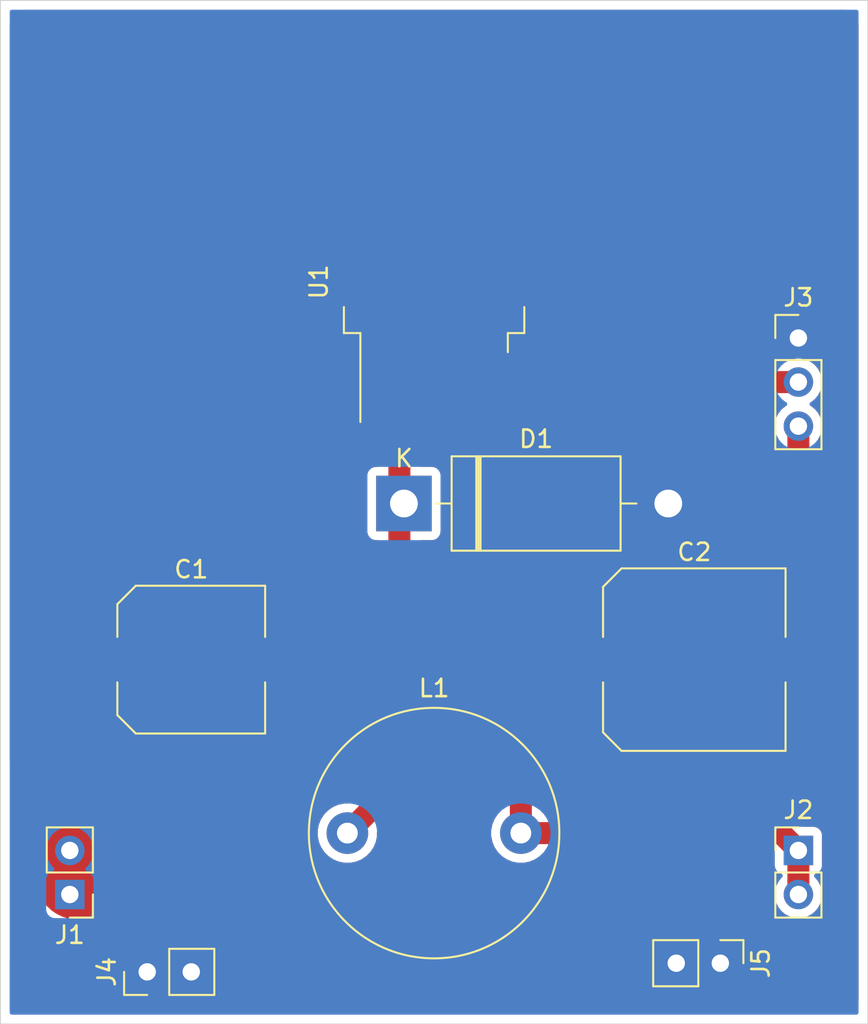
<source format=kicad_pcb>
(kicad_pcb (version 20171130) (host pcbnew "(5.1.2-1)-1")

  (general
    (thickness 1.6)
    (drawings 6)
    (tracks 16)
    (zones 0)
    (modules 10)
    (nets 6)
  )

  (page A4)
  (layers
    (0 F.Cu signal)
    (31 B.Cu signal)
    (32 B.Adhes user)
    (33 F.Adhes user)
    (34 B.Paste user)
    (35 F.Paste user)
    (36 B.SilkS user)
    (37 F.SilkS user)
    (38 B.Mask user)
    (39 F.Mask user)
    (40 Dwgs.User user)
    (41 Cmts.User user)
    (42 Eco1.User user)
    (43 Eco2.User user)
    (44 Edge.Cuts user)
    (45 Margin user)
    (46 B.CrtYd user)
    (47 F.CrtYd user)
    (48 B.Fab user)
    (49 F.Fab user)
  )

  (setup
    (last_trace_width 1.27)
    (trace_clearance 0.4064)
    (zone_clearance 0.508)
    (zone_45_only yes)
    (trace_min 0.2)
    (via_size 0.8)
    (via_drill 0.4)
    (via_min_size 0.4)
    (via_min_drill 0.3)
    (uvia_size 0.3)
    (uvia_drill 0.1)
    (uvias_allowed no)
    (uvia_min_size 0.2)
    (uvia_min_drill 0.1)
    (edge_width 0.05)
    (segment_width 0.2)
    (pcb_text_width 0.3)
    (pcb_text_size 1.5 1.5)
    (mod_edge_width 0.12)
    (mod_text_size 1 1)
    (mod_text_width 0.15)
    (pad_size 1.524 1.524)
    (pad_drill 0.762)
    (pad_to_mask_clearance 0.051)
    (solder_mask_min_width 0.25)
    (aux_axis_origin 0 0)
    (grid_origin 12 12)
    (visible_elements FFFFFF7F)
    (pcbplotparams
      (layerselection 0x010fc_ffffffff)
      (usegerberextensions false)
      (usegerberattributes false)
      (usegerberadvancedattributes false)
      (creategerberjobfile false)
      (excludeedgelayer true)
      (linewidth 0.100000)
      (plotframeref false)
      (viasonmask false)
      (mode 1)
      (useauxorigin false)
      (hpglpennumber 1)
      (hpglpenspeed 20)
      (hpglpendiameter 15.000000)
      (psnegative false)
      (psa4output false)
      (plotreference true)
      (plotvalue true)
      (plotinvisibletext false)
      (padsonsilk false)
      (subtractmaskfromsilk false)
      (outputformat 1)
      (mirror false)
      (drillshape 0)
      (scaleselection 1)
      (outputdirectory "LM2576-GERB/"))
  )

  (net 0 "")
  (net 1 GNDREF)
  (net 2 +5V)
  (net 3 /Vin)
  (net 4 /Out)
  (net 5 /~EN)

  (net_class Default "This is the default net class."
    (clearance 0.4064)
    (trace_width 1.27)
    (via_dia 0.8)
    (via_drill 0.4)
    (uvia_dia 0.3)
    (uvia_drill 0.1)
    (add_net +5V)
    (add_net /Out)
    (add_net /~EN)
  )

  (net_class Input ""
    (clearance 0.4064)
    (trace_width 3.81)
    (via_dia 0.8)
    (via_drill 0.4)
    (uvia_dia 0.3)
    (uvia_drill 0.1)
    (add_net /Vin)
    (add_net GNDREF)
  )

  (module Connector_PinHeader_2.54mm:PinHeader_1x02_P2.54mm_Vertical (layer F.Cu) (tedit 59FED5CC) (tstamp 5E469AD0)
    (at 53.5 67.5 270)
    (descr "Through hole straight pin header, 1x02, 2.54mm pitch, single row")
    (tags "Through hole pin header THT 1x02 2.54mm single row")
    (path /5E47C1E4)
    (fp_text reference J5 (at 0 -2.33 90) (layer F.SilkS)
      (effects (font (size 1 1) (thickness 0.15)))
    )
    (fp_text value GND (at 0 4.87 90) (layer F.Fab)
      (effects (font (size 1 1) (thickness 0.15)))
    )
    (fp_text user %R (at 0 1.27) (layer F.Fab)
      (effects (font (size 1 1) (thickness 0.15)))
    )
    (fp_line (start 1.8 -1.8) (end -1.8 -1.8) (layer F.CrtYd) (width 0.05))
    (fp_line (start 1.8 4.35) (end 1.8 -1.8) (layer F.CrtYd) (width 0.05))
    (fp_line (start -1.8 4.35) (end 1.8 4.35) (layer F.CrtYd) (width 0.05))
    (fp_line (start -1.8 -1.8) (end -1.8 4.35) (layer F.CrtYd) (width 0.05))
    (fp_line (start -1.33 -1.33) (end 0 -1.33) (layer F.SilkS) (width 0.12))
    (fp_line (start -1.33 0) (end -1.33 -1.33) (layer F.SilkS) (width 0.12))
    (fp_line (start -1.33 1.27) (end 1.33 1.27) (layer F.SilkS) (width 0.12))
    (fp_line (start 1.33 1.27) (end 1.33 3.87) (layer F.SilkS) (width 0.12))
    (fp_line (start -1.33 1.27) (end -1.33 3.87) (layer F.SilkS) (width 0.12))
    (fp_line (start -1.33 3.87) (end 1.33 3.87) (layer F.SilkS) (width 0.12))
    (fp_line (start -1.27 -0.635) (end -0.635 -1.27) (layer F.Fab) (width 0.1))
    (fp_line (start -1.27 3.81) (end -1.27 -0.635) (layer F.Fab) (width 0.1))
    (fp_line (start 1.27 3.81) (end -1.27 3.81) (layer F.Fab) (width 0.1))
    (fp_line (start 1.27 -1.27) (end 1.27 3.81) (layer F.Fab) (width 0.1))
    (fp_line (start -0.635 -1.27) (end 1.27 -1.27) (layer F.Fab) (width 0.1))
    (pad 2 thru_hole oval (at 0 2.54 270) (size 1.7 1.7) (drill 1) (layers *.Cu *.Mask)
      (net 1 GNDREF))
    (pad 1 thru_hole rect (at 0 0 270) (size 1.7 1.7) (drill 1) (layers *.Cu *.Mask)
      (net 1 GNDREF))
    (model ${KISYS3DMOD}/Connector_PinHeader_2.54mm.3dshapes/PinHeader_1x02_P2.54mm_Vertical.wrl
      (at (xyz 0 0 0))
      (scale (xyz 1 1 1))
      (rotate (xyz 0 0 0))
    )
  )

  (module Connector_PinHeader_2.54mm:PinHeader_1x02_P2.54mm_Vertical (layer F.Cu) (tedit 59FED5CC) (tstamp 5E469B97)
    (at 20.46 68 90)
    (descr "Through hole straight pin header, 1x02, 2.54mm pitch, single row")
    (tags "Through hole pin header THT 1x02 2.54mm single row")
    (path /5E47D3E2)
    (fp_text reference J4 (at 0 -2.33 90) (layer F.SilkS)
      (effects (font (size 1 1) (thickness 0.15)))
    )
    (fp_text value GND (at 0 4.87 90) (layer F.Fab)
      (effects (font (size 1 1) (thickness 0.15)))
    )
    (fp_text user %R (at 0 1.27) (layer F.Fab)
      (effects (font (size 1 1) (thickness 0.15)))
    )
    (fp_line (start 1.8 -1.8) (end -1.8 -1.8) (layer F.CrtYd) (width 0.05))
    (fp_line (start 1.8 4.35) (end 1.8 -1.8) (layer F.CrtYd) (width 0.05))
    (fp_line (start -1.8 4.35) (end 1.8 4.35) (layer F.CrtYd) (width 0.05))
    (fp_line (start -1.8 -1.8) (end -1.8 4.35) (layer F.CrtYd) (width 0.05))
    (fp_line (start -1.33 -1.33) (end 0 -1.33) (layer F.SilkS) (width 0.12))
    (fp_line (start -1.33 0) (end -1.33 -1.33) (layer F.SilkS) (width 0.12))
    (fp_line (start -1.33 1.27) (end 1.33 1.27) (layer F.SilkS) (width 0.12))
    (fp_line (start 1.33 1.27) (end 1.33 3.87) (layer F.SilkS) (width 0.12))
    (fp_line (start -1.33 1.27) (end -1.33 3.87) (layer F.SilkS) (width 0.12))
    (fp_line (start -1.33 3.87) (end 1.33 3.87) (layer F.SilkS) (width 0.12))
    (fp_line (start -1.27 -0.635) (end -0.635 -1.27) (layer F.Fab) (width 0.1))
    (fp_line (start -1.27 3.81) (end -1.27 -0.635) (layer F.Fab) (width 0.1))
    (fp_line (start 1.27 3.81) (end -1.27 3.81) (layer F.Fab) (width 0.1))
    (fp_line (start 1.27 -1.27) (end 1.27 3.81) (layer F.Fab) (width 0.1))
    (fp_line (start -0.635 -1.27) (end 1.27 -1.27) (layer F.Fab) (width 0.1))
    (pad 2 thru_hole oval (at 0 2.54 90) (size 1.7 1.7) (drill 1) (layers *.Cu *.Mask)
      (net 1 GNDREF))
    (pad 1 thru_hole rect (at 0 0 90) (size 1.7 1.7) (drill 1) (layers *.Cu *.Mask)
      (net 1 GNDREF))
    (model ${KISYS3DMOD}/Connector_PinHeader_2.54mm.3dshapes/PinHeader_1x02_P2.54mm_Vertical.wrl
      (at (xyz 0 0 0))
      (scale (xyz 1 1 1))
      (rotate (xyz 0 0 0))
    )
  )

  (module Package_TO_SOT_SMD:TO-263-5_TabPin3 (layer F.Cu) (tedit 5A70FBB6) (tstamp 5E469099)
    (at 37 28.225 90)
    (descr "TO-263 / D2PAK / DDPAK SMD package, http://www.infineon.com/cms/en/product/packages/PG-TO263/PG-TO263-5-1/")
    (tags "D2PAK DDPAK TO-263 D2PAK-5 TO-263-5 SOT-426")
    (path /5E4633AF)
    (attr smd)
    (fp_text reference U1 (at 0 -6.65 90) (layer F.SilkS)
      (effects (font (size 1 1) (thickness 0.15)))
    )
    (fp_text value LM2576S-5 (at 0 6.65 90) (layer F.Fab)
      (effects (font (size 1 1) (thickness 0.15)))
    )
    (fp_text user %R (at 0 0 90) (layer F.Fab)
      (effects (font (size 1 1) (thickness 0.15)))
    )
    (fp_line (start 8.32 -5.65) (end -8.32 -5.65) (layer F.CrtYd) (width 0.05))
    (fp_line (start 8.32 5.65) (end 8.32 -5.65) (layer F.CrtYd) (width 0.05))
    (fp_line (start -8.32 5.65) (end 8.32 5.65) (layer F.CrtYd) (width 0.05))
    (fp_line (start -8.32 -5.65) (end -8.32 5.65) (layer F.CrtYd) (width 0.05))
    (fp_line (start -2.95 4.25) (end -4.05 4.25) (layer F.SilkS) (width 0.12))
    (fp_line (start -2.95 5.2) (end -2.95 4.25) (layer F.SilkS) (width 0.12))
    (fp_line (start -1.45 5.2) (end -2.95 5.2) (layer F.SilkS) (width 0.12))
    (fp_line (start -2.95 -4.25) (end -8.075 -4.25) (layer F.SilkS) (width 0.12))
    (fp_line (start -2.95 -5.2) (end -2.95 -4.25) (layer F.SilkS) (width 0.12))
    (fp_line (start -1.45 -5.2) (end -2.95 -5.2) (layer F.SilkS) (width 0.12))
    (fp_line (start -7.45 3.8) (end -2.75 3.8) (layer F.Fab) (width 0.1))
    (fp_line (start -7.45 3) (end -7.45 3.8) (layer F.Fab) (width 0.1))
    (fp_line (start -2.75 3) (end -7.45 3) (layer F.Fab) (width 0.1))
    (fp_line (start -7.45 2.1) (end -2.75 2.1) (layer F.Fab) (width 0.1))
    (fp_line (start -7.45 1.3) (end -7.45 2.1) (layer F.Fab) (width 0.1))
    (fp_line (start -2.75 1.3) (end -7.45 1.3) (layer F.Fab) (width 0.1))
    (fp_line (start -7.45 0.4) (end -2.75 0.4) (layer F.Fab) (width 0.1))
    (fp_line (start -7.45 -0.4) (end -7.45 0.4) (layer F.Fab) (width 0.1))
    (fp_line (start -2.75 -0.4) (end -7.45 -0.4) (layer F.Fab) (width 0.1))
    (fp_line (start -7.45 -1.3) (end -2.75 -1.3) (layer F.Fab) (width 0.1))
    (fp_line (start -7.45 -2.1) (end -7.45 -1.3) (layer F.Fab) (width 0.1))
    (fp_line (start -2.75 -2.1) (end -7.45 -2.1) (layer F.Fab) (width 0.1))
    (fp_line (start -7.45 -3) (end -2.75 -3) (layer F.Fab) (width 0.1))
    (fp_line (start -7.45 -3.8) (end -7.45 -3) (layer F.Fab) (width 0.1))
    (fp_line (start -2.75 -3.8) (end -7.45 -3.8) (layer F.Fab) (width 0.1))
    (fp_line (start -1.75 -5) (end 6.5 -5) (layer F.Fab) (width 0.1))
    (fp_line (start -2.75 -4) (end -1.75 -5) (layer F.Fab) (width 0.1))
    (fp_line (start -2.75 5) (end -2.75 -4) (layer F.Fab) (width 0.1))
    (fp_line (start 6.5 5) (end -2.75 5) (layer F.Fab) (width 0.1))
    (fp_line (start 6.5 -5) (end 6.5 5) (layer F.Fab) (width 0.1))
    (fp_line (start 7.5 5) (end 6.5 5) (layer F.Fab) (width 0.1))
    (fp_line (start 7.5 -5) (end 7.5 5) (layer F.Fab) (width 0.1))
    (fp_line (start 6.5 -5) (end 7.5 -5) (layer F.Fab) (width 0.1))
    (pad "" smd rect (at 0.95 2.775 90) (size 4.55 5.25) (layers F.Paste))
    (pad "" smd rect (at 5.8 -2.775 90) (size 4.55 5.25) (layers F.Paste))
    (pad "" smd rect (at 0.95 -2.775 90) (size 4.55 5.25) (layers F.Paste))
    (pad "" smd rect (at 5.8 2.775 90) (size 4.55 5.25) (layers F.Paste))
    (pad 3 smd rect (at 3.375 0 90) (size 9.4 10.8) (layers F.Cu F.Mask)
      (net 1 GNDREF))
    (pad 5 smd rect (at -5.775 3.4 90) (size 4.6 1.1) (layers F.Cu F.Paste F.Mask)
      (net 5 /~EN))
    (pad 4 smd rect (at -5.775 1.7 90) (size 4.6 1.1) (layers F.Cu F.Paste F.Mask)
      (net 2 +5V))
    (pad 3 smd rect (at -5.775 0 90) (size 4.6 1.1) (layers F.Cu F.Paste F.Mask)
      (net 1 GNDREF))
    (pad 2 smd rect (at -5.775 -1.7 90) (size 4.6 1.1) (layers F.Cu F.Paste F.Mask)
      (net 4 /Out))
    (pad 1 smd rect (at -5.775 -3.4 90) (size 4.6 1.1) (layers F.Cu F.Paste F.Mask)
      (net 3 /Vin))
    (model ${KISYS3DMOD}/Package_TO_SOT_SMD.3dshapes/TO-263-5_TabPin3.wrl
      (at (xyz 0 0 0))
      (scale (xyz 1 1 1))
      (rotate (xyz 0 0 0))
    )
  )

  (module Inductor_THT:L_Radial_D14.2mm_P10.00mm_Neosid_SD14 (layer F.Cu) (tedit 5AE59B06) (tstamp 5E4695F8)
    (at 32 60)
    (descr "Inductor, Radial series, Radial, pin pitch=10.00mm, , diameter=14.2mm, Neosid, SD14, http://www.neosid.de/produktblaetter/neosid_Festinduktivitaet_Sd14.pdf")
    (tags "Inductor Radial series Radial pin pitch 10.00mm  diameter 14.2mm Neosid SD14")
    (path /5E468C07)
    (fp_text reference L1 (at 5 -8.35) (layer F.SilkS)
      (effects (font (size 1 1) (thickness 0.15)))
    )
    (fp_text value 150µH (at 5 8.35) (layer F.Fab)
      (effects (font (size 1 1) (thickness 0.15)))
    )
    (fp_text user %R (at 5 0) (layer F.Fab)
      (effects (font (size 1 1) (thickness 0.15)))
    )
    (fp_circle (center 5 0) (end 12.35 0) (layer F.CrtYd) (width 0.05))
    (fp_circle (center 5 0) (end 12.22 0) (layer F.SilkS) (width 0.12))
    (fp_circle (center 5 0) (end 12.1 0) (layer F.Fab) (width 0.1))
    (pad 2 thru_hole circle (at 10 0) (size 2.4 2.4) (drill 1.2) (layers *.Cu *.Mask)
      (net 2 +5V))
    (pad 1 thru_hole circle (at 0 0) (size 2.4 2.4) (drill 1.2) (layers *.Cu *.Mask)
      (net 4 /Out))
    (model ${KISYS3DMOD}/Inductor_THT.3dshapes/L_Radial_D14.2mm_P10.00mm_Neosid_SD14.wrl
      (at (xyz 0 0 0))
      (scale (xyz 1 1 1))
      (rotate (xyz 0 0 0))
    )
  )

  (module Connector_PinHeader_2.54mm:PinHeader_1x03_P2.54mm_Vertical (layer F.Cu) (tedit 59FED5CC) (tstamp 5E469337)
    (at 58 31.46)
    (descr "Through hole straight pin header, 1x03, 2.54mm pitch, single row")
    (tags "Through hole pin header THT 1x03 2.54mm single row")
    (path /5E47119A)
    (fp_text reference J3 (at 0 -2.33) (layer F.SilkS)
      (effects (font (size 1 1) (thickness 0.15)))
    )
    (fp_text value ~EN (at 0 7.41) (layer F.Fab)
      (effects (font (size 1 1) (thickness 0.15)))
    )
    (fp_text user %R (at 0 2.54 90) (layer F.Fab)
      (effects (font (size 1 1) (thickness 0.15)))
    )
    (fp_line (start 1.8 -1.8) (end -1.8 -1.8) (layer F.CrtYd) (width 0.05))
    (fp_line (start 1.8 6.85) (end 1.8 -1.8) (layer F.CrtYd) (width 0.05))
    (fp_line (start -1.8 6.85) (end 1.8 6.85) (layer F.CrtYd) (width 0.05))
    (fp_line (start -1.8 -1.8) (end -1.8 6.85) (layer F.CrtYd) (width 0.05))
    (fp_line (start -1.33 -1.33) (end 0 -1.33) (layer F.SilkS) (width 0.12))
    (fp_line (start -1.33 0) (end -1.33 -1.33) (layer F.SilkS) (width 0.12))
    (fp_line (start -1.33 1.27) (end 1.33 1.27) (layer F.SilkS) (width 0.12))
    (fp_line (start 1.33 1.27) (end 1.33 6.41) (layer F.SilkS) (width 0.12))
    (fp_line (start -1.33 1.27) (end -1.33 6.41) (layer F.SilkS) (width 0.12))
    (fp_line (start -1.33 6.41) (end 1.33 6.41) (layer F.SilkS) (width 0.12))
    (fp_line (start -1.27 -0.635) (end -0.635 -1.27) (layer F.Fab) (width 0.1))
    (fp_line (start -1.27 6.35) (end -1.27 -0.635) (layer F.Fab) (width 0.1))
    (fp_line (start 1.27 6.35) (end -1.27 6.35) (layer F.Fab) (width 0.1))
    (fp_line (start 1.27 -1.27) (end 1.27 6.35) (layer F.Fab) (width 0.1))
    (fp_line (start -0.635 -1.27) (end 1.27 -1.27) (layer F.Fab) (width 0.1))
    (pad 3 thru_hole oval (at 0 5.08) (size 1.7 1.7) (drill 1) (layers *.Cu *.Mask)
      (net 2 +5V))
    (pad 2 thru_hole oval (at 0 2.54) (size 1.7 1.7) (drill 1) (layers *.Cu *.Mask)
      (net 5 /~EN))
    (pad 1 thru_hole rect (at 0 0) (size 1.7 1.7) (drill 1) (layers *.Cu *.Mask)
      (net 1 GNDREF))
    (model ${KISYS3DMOD}/Connector_PinHeader_2.54mm.3dshapes/PinHeader_1x03_P2.54mm_Vertical.wrl
      (at (xyz 0 0 0))
      (scale (xyz 1 1 1))
      (rotate (xyz 0 0 0))
    )
  )

  (module Connector_PinHeader_2.54mm:PinHeader_1x02_P2.54mm_Vertical (layer F.Cu) (tedit 59FED5CC) (tstamp 5E4695C5)
    (at 58 61)
    (descr "Through hole straight pin header, 1x02, 2.54mm pitch, single row")
    (tags "Through hole pin header THT 1x02 2.54mm single row")
    (path /5E46E767)
    (fp_text reference J2 (at 0 -2.33) (layer F.SilkS)
      (effects (font (size 1 1) (thickness 0.15)))
    )
    (fp_text value "5V out" (at 0 4.87) (layer F.Fab)
      (effects (font (size 1 1) (thickness 0.15)))
    )
    (fp_text user %R (at 0 1.27 90) (layer F.Fab)
      (effects (font (size 1 1) (thickness 0.15)))
    )
    (fp_line (start 1.8 -1.8) (end -1.8 -1.8) (layer F.CrtYd) (width 0.05))
    (fp_line (start 1.8 4.35) (end 1.8 -1.8) (layer F.CrtYd) (width 0.05))
    (fp_line (start -1.8 4.35) (end 1.8 4.35) (layer F.CrtYd) (width 0.05))
    (fp_line (start -1.8 -1.8) (end -1.8 4.35) (layer F.CrtYd) (width 0.05))
    (fp_line (start -1.33 -1.33) (end 0 -1.33) (layer F.SilkS) (width 0.12))
    (fp_line (start -1.33 0) (end -1.33 -1.33) (layer F.SilkS) (width 0.12))
    (fp_line (start -1.33 1.27) (end 1.33 1.27) (layer F.SilkS) (width 0.12))
    (fp_line (start 1.33 1.27) (end 1.33 3.87) (layer F.SilkS) (width 0.12))
    (fp_line (start -1.33 1.27) (end -1.33 3.87) (layer F.SilkS) (width 0.12))
    (fp_line (start -1.33 3.87) (end 1.33 3.87) (layer F.SilkS) (width 0.12))
    (fp_line (start -1.27 -0.635) (end -0.635 -1.27) (layer F.Fab) (width 0.1))
    (fp_line (start -1.27 3.81) (end -1.27 -0.635) (layer F.Fab) (width 0.1))
    (fp_line (start 1.27 3.81) (end -1.27 3.81) (layer F.Fab) (width 0.1))
    (fp_line (start 1.27 -1.27) (end 1.27 3.81) (layer F.Fab) (width 0.1))
    (fp_line (start -0.635 -1.27) (end 1.27 -1.27) (layer F.Fab) (width 0.1))
    (pad 2 thru_hole oval (at 0 2.54) (size 1.7 1.7) (drill 1) (layers *.Cu *.Mask)
      (net 2 +5V))
    (pad 1 thru_hole rect (at 0 0) (size 1.7 1.7) (drill 1) (layers *.Cu *.Mask)
      (net 2 +5V))
    (model ${KISYS3DMOD}/Connector_PinHeader_2.54mm.3dshapes/PinHeader_1x02_P2.54mm_Vertical.wrl
      (at (xyz 0 0 0))
      (scale (xyz 1 1 1))
      (rotate (xyz 0 0 0))
    )
  )

  (module Connector_PinHeader_2.54mm:PinHeader_1x02_P2.54mm_Vertical (layer F.Cu) (tedit 59FED5CC) (tstamp 5E46951D)
    (at 16 63.54 180)
    (descr "Through hole straight pin header, 1x02, 2.54mm pitch, single row")
    (tags "Through hole pin header THT 1x02 2.54mm single row")
    (path /5E464351)
    (fp_text reference J1 (at 0 -2.33) (layer F.SilkS)
      (effects (font (size 1 1) (thickness 0.15)))
    )
    (fp_text value Vin (at 0 4.87) (layer F.Fab)
      (effects (font (size 1 1) (thickness 0.15)))
    )
    (fp_text user %R (at 0 1.27 90) (layer F.Fab)
      (effects (font (size 1 1) (thickness 0.15)))
    )
    (fp_line (start 1.8 -1.8) (end -1.8 -1.8) (layer F.CrtYd) (width 0.05))
    (fp_line (start 1.8 4.35) (end 1.8 -1.8) (layer F.CrtYd) (width 0.05))
    (fp_line (start -1.8 4.35) (end 1.8 4.35) (layer F.CrtYd) (width 0.05))
    (fp_line (start -1.8 -1.8) (end -1.8 4.35) (layer F.CrtYd) (width 0.05))
    (fp_line (start -1.33 -1.33) (end 0 -1.33) (layer F.SilkS) (width 0.12))
    (fp_line (start -1.33 0) (end -1.33 -1.33) (layer F.SilkS) (width 0.12))
    (fp_line (start -1.33 1.27) (end 1.33 1.27) (layer F.SilkS) (width 0.12))
    (fp_line (start 1.33 1.27) (end 1.33 3.87) (layer F.SilkS) (width 0.12))
    (fp_line (start -1.33 1.27) (end -1.33 3.87) (layer F.SilkS) (width 0.12))
    (fp_line (start -1.33 3.87) (end 1.33 3.87) (layer F.SilkS) (width 0.12))
    (fp_line (start -1.27 -0.635) (end -0.635 -1.27) (layer F.Fab) (width 0.1))
    (fp_line (start -1.27 3.81) (end -1.27 -0.635) (layer F.Fab) (width 0.1))
    (fp_line (start 1.27 3.81) (end -1.27 3.81) (layer F.Fab) (width 0.1))
    (fp_line (start 1.27 -1.27) (end 1.27 3.81) (layer F.Fab) (width 0.1))
    (fp_line (start -0.635 -1.27) (end 1.27 -1.27) (layer F.Fab) (width 0.1))
    (pad 2 thru_hole oval (at 0 2.54 180) (size 1.7 1.7) (drill 1) (layers *.Cu *.Mask)
      (net 3 /Vin))
    (pad 1 thru_hole rect (at 0 0 180) (size 1.7 1.7) (drill 1) (layers *.Cu *.Mask)
      (net 3 /Vin))
    (model ${KISYS3DMOD}/Connector_PinHeader_2.54mm.3dshapes/PinHeader_1x02_P2.54mm_Vertical.wrl
      (at (xyz 0 0 0))
      (scale (xyz 1 1 1))
      (rotate (xyz 0 0 0))
    )
  )

  (module Diode_THT:D_DO-201AD_P15.24mm_Horizontal (layer F.Cu) (tedit 5AE50CD5) (tstamp 5E46A29A)
    (at 35.26 41)
    (descr "Diode, DO-201AD series, Axial, Horizontal, pin pitch=15.24mm, , length*diameter=9.5*5.2mm^2, , http://www.diodes.com/_files/packages/DO-201AD.pdf")
    (tags "Diode DO-201AD series Axial Horizontal pin pitch 15.24mm  length 9.5mm diameter 5.2mm")
    (path /5E467F8A)
    (fp_text reference D1 (at 7.62 -3.72) (layer F.SilkS)
      (effects (font (size 1 1) (thickness 0.15)))
    )
    (fp_text value 1N5822 (at 7.62 3.72) (layer F.Fab)
      (effects (font (size 1 1) (thickness 0.15)))
    )
    (fp_line (start 2.87 -2.6) (end 2.87 2.6) (layer F.Fab) (width 0.1))
    (fp_line (start 2.87 2.6) (end 12.37 2.6) (layer F.Fab) (width 0.1))
    (fp_line (start 12.37 2.6) (end 12.37 -2.6) (layer F.Fab) (width 0.1))
    (fp_line (start 12.37 -2.6) (end 2.87 -2.6) (layer F.Fab) (width 0.1))
    (fp_line (start 0 0) (end 2.87 0) (layer F.Fab) (width 0.1))
    (fp_line (start 15.24 0) (end 12.37 0) (layer F.Fab) (width 0.1))
    (fp_line (start 4.295 -2.6) (end 4.295 2.6) (layer F.Fab) (width 0.1))
    (fp_line (start 4.395 -2.6) (end 4.395 2.6) (layer F.Fab) (width 0.1))
    (fp_line (start 4.195 -2.6) (end 4.195 2.6) (layer F.Fab) (width 0.1))
    (fp_line (start 2.75 -2.72) (end 2.75 2.72) (layer F.SilkS) (width 0.12))
    (fp_line (start 2.75 2.72) (end 12.49 2.72) (layer F.SilkS) (width 0.12))
    (fp_line (start 12.49 2.72) (end 12.49 -2.72) (layer F.SilkS) (width 0.12))
    (fp_line (start 12.49 -2.72) (end 2.75 -2.72) (layer F.SilkS) (width 0.12))
    (fp_line (start 1.84 0) (end 2.75 0) (layer F.SilkS) (width 0.12))
    (fp_line (start 13.4 0) (end 12.49 0) (layer F.SilkS) (width 0.12))
    (fp_line (start 4.295 -2.72) (end 4.295 2.72) (layer F.SilkS) (width 0.12))
    (fp_line (start 4.415 -2.72) (end 4.415 2.72) (layer F.SilkS) (width 0.12))
    (fp_line (start 4.175 -2.72) (end 4.175 2.72) (layer F.SilkS) (width 0.12))
    (fp_line (start -1.85 -2.85) (end -1.85 2.85) (layer F.CrtYd) (width 0.05))
    (fp_line (start -1.85 2.85) (end 17.09 2.85) (layer F.CrtYd) (width 0.05))
    (fp_line (start 17.09 2.85) (end 17.09 -2.85) (layer F.CrtYd) (width 0.05))
    (fp_line (start 17.09 -2.85) (end -1.85 -2.85) (layer F.CrtYd) (width 0.05))
    (fp_text user %R (at 8.3325 0) (layer F.Fab)
      (effects (font (size 1 1) (thickness 0.15)))
    )
    (fp_text user K (at 0 -2.6) (layer F.Fab)
      (effects (font (size 1 1) (thickness 0.15)))
    )
    (fp_text user K (at 0 -2.6) (layer F.SilkS)
      (effects (font (size 1 1) (thickness 0.15)))
    )
    (pad 1 thru_hole rect (at 0 0) (size 3.2 3.2) (drill 1.6) (layers *.Cu *.Mask)
      (net 4 /Out))
    (pad 2 thru_hole oval (at 15.24 0) (size 3.2 3.2) (drill 1.6) (layers *.Cu *.Mask)
      (net 1 GNDREF))
    (model ${KISYS3DMOD}/Diode_THT.3dshapes/D_DO-201AD_P15.24mm_Horizontal.wrl
      (at (xyz 0 0 0))
      (scale (xyz 1 1 1))
      (rotate (xyz 0 0 0))
    )
  )

  (module Capacitor_SMD:C_Elec_10x10.2 (layer F.Cu) (tedit 5BC8D926) (tstamp 5E4694C2)
    (at 52 50)
    (descr "SMD capacitor, aluminum electrolytic nonpolar, 10.0x10.2mm")
    (tags "capacitor electrolyic nonpolar")
    (path /5E469578)
    (attr smd)
    (fp_text reference C2 (at 0 -6.2) (layer F.SilkS)
      (effects (font (size 1 1) (thickness 0.15)))
    )
    (fp_text value 1000µF (at 0 6.2) (layer F.Fab)
      (effects (font (size 1 1) (thickness 0.15)))
    )
    (fp_text user %R (at 0 0) (layer F.Fab)
      (effects (font (size 1 1) (thickness 0.15)))
    )
    (fp_line (start -6.95 1.3) (end -5.4 1.3) (layer F.CrtYd) (width 0.05))
    (fp_line (start -6.95 -1.3) (end -6.95 1.3) (layer F.CrtYd) (width 0.05))
    (fp_line (start -5.4 -1.3) (end -6.95 -1.3) (layer F.CrtYd) (width 0.05))
    (fp_line (start -5.4 1.3) (end -5.4 4.25) (layer F.CrtYd) (width 0.05))
    (fp_line (start -5.4 -4.25) (end -5.4 -1.3) (layer F.CrtYd) (width 0.05))
    (fp_line (start -5.4 -4.25) (end -4.25 -5.4) (layer F.CrtYd) (width 0.05))
    (fp_line (start -5.4 4.25) (end -4.25 5.4) (layer F.CrtYd) (width 0.05))
    (fp_line (start -4.25 -5.4) (end 5.4 -5.4) (layer F.CrtYd) (width 0.05))
    (fp_line (start -4.25 5.4) (end 5.4 5.4) (layer F.CrtYd) (width 0.05))
    (fp_line (start 5.4 1.3) (end 5.4 5.4) (layer F.CrtYd) (width 0.05))
    (fp_line (start 6.95 1.3) (end 5.4 1.3) (layer F.CrtYd) (width 0.05))
    (fp_line (start 6.95 -1.3) (end 6.95 1.3) (layer F.CrtYd) (width 0.05))
    (fp_line (start 5.4 -1.3) (end 6.95 -1.3) (layer F.CrtYd) (width 0.05))
    (fp_line (start 5.4 -5.4) (end 5.4 -1.3) (layer F.CrtYd) (width 0.05))
    (fp_line (start -5.26 4.195563) (end -4.195563 5.26) (layer F.SilkS) (width 0.12))
    (fp_line (start -5.26 -4.195563) (end -4.195563 -5.26) (layer F.SilkS) (width 0.12))
    (fp_line (start -5.26 -4.195563) (end -5.26 -1.31) (layer F.SilkS) (width 0.12))
    (fp_line (start -5.26 4.195563) (end -5.26 1.31) (layer F.SilkS) (width 0.12))
    (fp_line (start -4.195563 5.26) (end 5.26 5.26) (layer F.SilkS) (width 0.12))
    (fp_line (start -4.195563 -5.26) (end 5.26 -5.26) (layer F.SilkS) (width 0.12))
    (fp_line (start 5.26 -5.26) (end 5.26 -1.31) (layer F.SilkS) (width 0.12))
    (fp_line (start 5.26 5.26) (end 5.26 1.31) (layer F.SilkS) (width 0.12))
    (fp_line (start -5.15 4.15) (end -4.15 5.15) (layer F.Fab) (width 0.1))
    (fp_line (start -5.15 -4.15) (end -4.15 -5.15) (layer F.Fab) (width 0.1))
    (fp_line (start -5.15 -4.15) (end -5.15 4.15) (layer F.Fab) (width 0.1))
    (fp_line (start -4.15 5.15) (end 5.15 5.15) (layer F.Fab) (width 0.1))
    (fp_line (start -4.15 -5.15) (end 5.15 -5.15) (layer F.Fab) (width 0.1))
    (fp_line (start 5.15 -5.15) (end 5.15 5.15) (layer F.Fab) (width 0.1))
    (fp_circle (center 0 0) (end 5 0) (layer F.Fab) (width 0.1))
    (pad 2 smd roundrect (at 4.4 0) (size 4.6 2.1) (layers F.Cu F.Paste F.Mask) (roundrect_rratio 0.119048)
      (net 1 GNDREF))
    (pad 1 smd roundrect (at -4.4 0) (size 4.6 2.1) (layers F.Cu F.Paste F.Mask) (roundrect_rratio 0.119048)
      (net 2 +5V))
    (model ${KISYS3DMOD}/Capacitor_SMD.3dshapes/C_Elec_10x10.2.wrl
      (at (xyz 0 0 0))
      (scale (xyz 1 1 1))
      (rotate (xyz 0 0 0))
    )
  )

  (module Capacitor_SMD:C_Elec_8x10.2 (layer F.Cu) (tedit 5BC8D926) (tstamp 5E46956A)
    (at 23 50)
    (descr "SMD capacitor, aluminum electrolytic nonpolar, 8.0x10.2mm")
    (tags "capacitor electrolyic nonpolar")
    (path /5E465B8F)
    (attr smd)
    (fp_text reference C1 (at 0 -5.2) (layer F.SilkS)
      (effects (font (size 1 1) (thickness 0.15)))
    )
    (fp_text value 100µF (at 0 5.2) (layer F.Fab)
      (effects (font (size 1 1) (thickness 0.15)))
    )
    (fp_text user %R (at 0 0) (layer F.Fab)
      (effects (font (size 1 1) (thickness 0.15)))
    )
    (fp_line (start -6.1 1.3) (end -4.4 1.3) (layer F.CrtYd) (width 0.05))
    (fp_line (start -6.1 -1.3) (end -6.1 1.3) (layer F.CrtYd) (width 0.05))
    (fp_line (start -4.4 -1.3) (end -6.1 -1.3) (layer F.CrtYd) (width 0.05))
    (fp_line (start -4.4 1.3) (end -4.4 3.25) (layer F.CrtYd) (width 0.05))
    (fp_line (start -4.4 -3.25) (end -4.4 -1.3) (layer F.CrtYd) (width 0.05))
    (fp_line (start -4.4 -3.25) (end -3.25 -4.4) (layer F.CrtYd) (width 0.05))
    (fp_line (start -4.4 3.25) (end -3.25 4.4) (layer F.CrtYd) (width 0.05))
    (fp_line (start -3.25 -4.4) (end 4.4 -4.4) (layer F.CrtYd) (width 0.05))
    (fp_line (start -3.25 4.4) (end 4.4 4.4) (layer F.CrtYd) (width 0.05))
    (fp_line (start 4.4 1.3) (end 4.4 4.4) (layer F.CrtYd) (width 0.05))
    (fp_line (start 6.1 1.3) (end 4.4 1.3) (layer F.CrtYd) (width 0.05))
    (fp_line (start 6.1 -1.3) (end 6.1 1.3) (layer F.CrtYd) (width 0.05))
    (fp_line (start 4.4 -1.3) (end 6.1 -1.3) (layer F.CrtYd) (width 0.05))
    (fp_line (start 4.4 -4.4) (end 4.4 -1.3) (layer F.CrtYd) (width 0.05))
    (fp_line (start -4.26 3.195563) (end -3.195563 4.26) (layer F.SilkS) (width 0.12))
    (fp_line (start -4.26 -3.195563) (end -3.195563 -4.26) (layer F.SilkS) (width 0.12))
    (fp_line (start -4.26 -3.195563) (end -4.26 -1.31) (layer F.SilkS) (width 0.12))
    (fp_line (start -4.26 3.195563) (end -4.26 1.31) (layer F.SilkS) (width 0.12))
    (fp_line (start -3.195563 4.26) (end 4.26 4.26) (layer F.SilkS) (width 0.12))
    (fp_line (start -3.195563 -4.26) (end 4.26 -4.26) (layer F.SilkS) (width 0.12))
    (fp_line (start 4.26 -4.26) (end 4.26 -1.31) (layer F.SilkS) (width 0.12))
    (fp_line (start 4.26 4.26) (end 4.26 1.31) (layer F.SilkS) (width 0.12))
    (fp_line (start -4.15 3.15) (end -3.15 4.15) (layer F.Fab) (width 0.1))
    (fp_line (start -4.15 -3.15) (end -3.15 -4.15) (layer F.Fab) (width 0.1))
    (fp_line (start -4.15 -3.15) (end -4.15 3.15) (layer F.Fab) (width 0.1))
    (fp_line (start -3.15 4.15) (end 4.15 4.15) (layer F.Fab) (width 0.1))
    (fp_line (start -3.15 -4.15) (end 4.15 -4.15) (layer F.Fab) (width 0.1))
    (fp_line (start 4.15 -4.15) (end 4.15 4.15) (layer F.Fab) (width 0.1))
    (fp_circle (center 0 0) (end 4 0) (layer F.Fab) (width 0.1))
    (pad 2 smd roundrect (at 3.6 0) (size 4.5 2.1) (layers F.Cu F.Paste F.Mask) (roundrect_rratio 0.119048)
      (net 1 GNDREF))
    (pad 1 smd roundrect (at -3.6 0) (size 4.5 2.1) (layers F.Cu F.Paste F.Mask) (roundrect_rratio 0.119048)
      (net 3 /Vin))
    (model ${KISYS3DMOD}/Capacitor_SMD.3dshapes/C_Elec_8x10.2.wrl
      (at (xyz 0 0 0))
      (scale (xyz 1 1 1))
      (rotate (xyz 0 0 0))
    )
  )

  (gr_line (start 62 71) (end 62 62) (layer Edge.Cuts) (width 0.05) (tstamp 5E46973B))
  (gr_line (start 12 71) (end 62 71) (layer Edge.Cuts) (width 0.05))
  (gr_line (start 12 62) (end 12 71) (layer Edge.Cuts) (width 0.05))
  (gr_line (start 12 62) (end 12 12) (layer Edge.Cuts) (width 0.05) (tstamp 5E468FDE))
  (gr_line (start 62 12) (end 62 62) (layer Edge.Cuts) (width 0.05))
  (gr_line (start 12 12) (end 62 12) (layer Edge.Cuts) (width 0.05))

  (segment (start 42 60) (end 57 60) (width 1.27) (layer F.Cu) (net 2))
  (segment (start 57 60) (end 58 61) (width 1.27) (layer F.Cu) (net 2))
  (segment (start 58 61) (end 58 63.5) (width 1.27) (layer F.Cu) (net 2))
  (segment (start 42 53.5) (end 42 60) (width 1.27) (layer F.Cu) (net 2))
  (segment (start 45.5 50) (end 42 53.5) (width 1.27) (layer F.Cu) (net 2))
  (segment (start 47.6 50) (end 45.5 50) (width 1.27) (layer F.Cu) (net 2))
  (segment (start 47.6 50) (end 58 39.6) (width 1.27) (layer F.Cu) (net 2))
  (segment (start 58 39.6) (end 58 36.5) (width 1.27) (layer F.Cu) (net 2))
  (segment (start 38.7 42.2) (end 46.5 50) (width 1.27) (layer F.Cu) (net 2))
  (segment (start 46.5 50) (end 48 50) (width 1.27) (layer F.Cu) (net 2))
  (segment (start 38.7 34) (end 38.7 42.2) (width 1.27) (layer F.Cu) (net 2))
  (segment (start 35.3 37.57) (end 35 37.87) (width 1.27) (layer F.Cu) (net 4))
  (segment (start 35.3 34) (end 35.3 37.57) (width 1.27) (layer F.Cu) (net 4))
  (segment (start 35 37.87) (end 35 57) (width 1.27) (layer F.Cu) (net 4))
  (segment (start 35 57) (end 32 60) (width 1.27) (layer F.Cu) (net 4))
  (segment (start 40.4 34) (end 58 34) (width 1.27) (layer F.Cu) (net 5))

  (zone (net 3) (net_name /Vin) (layer F.Cu) (tstamp 5E46B027) (hatch edge 0.508)
    (connect_pads yes (clearance 0.508))
    (min_thickness 0.254)
    (fill yes (arc_segments 32) (thermal_gap 0.508) (thermal_bridge_width 0.508) (smoothing fillet) (radius 3))
    (polygon
      (pts
        (xy 34 31.5) (xy 29 31.5) (xy 16.5 44) (xy 16.5 47.5) (xy 16.5 54.5)
        (xy 14 57) (xy 14 65) (xy 19 65) (xy 19 57) (xy 21.5 54.5)
        (xy 21.5 44) (xy 29 36.5) (xy 31 36.5) (xy 34 36.5)
      )
    )
    (filled_polygon
      (pts
        (xy 31.809701 31.647571) (xy 32.114109 31.708121) (xy 32.408001 31.807885) (xy 32.686361 31.945156) (xy 32.944427 32.117591)
        (xy 33.177772 32.322228) (xy 33.382409 32.555573) (xy 33.554844 32.813639) (xy 33.692115 33.091999) (xy 33.791879 33.385891)
        (xy 33.852429 33.690299) (xy 33.873 34.004156) (xy 33.873 34.995004) (xy 33.855708 35.214726) (xy 33.805428 35.424157)
        (xy 33.723001 35.623152) (xy 33.610463 35.806797) (xy 33.470579 35.970579) (xy 33.306797 36.110463) (xy 33.123152 36.223001)
        (xy 32.924157 36.305428) (xy 32.714726 36.355708) (xy 32.495004 36.373) (xy 30 36.373) (xy 29.991694 36.373272)
        (xy 29.676576 36.393926) (xy 29.660106 36.396094) (xy 29.35038 36.457702) (xy 29.334333 36.462002) (xy 29.035297 36.563511)
        (xy 29.019949 36.569868) (xy 28.736722 36.70954) (xy 28.722335 36.717846) (xy 28.459762 36.893292) (xy 28.446583 36.903405)
        (xy 28.209156 37.111623) (xy 28.20309 37.117304) (xy 22.288877 43.031517) (xy 22.283983 43.036694) (xy 22.059809 43.287545)
        (xy 22.05093 43.29868) (xy 21.856251 43.573053) (xy 21.848674 43.585112) (xy 21.68594 43.879557) (xy 21.67976 43.892388)
        (xy 21.551017 44.203203) (xy 21.546314 44.216646) (xy 21.45318 44.53992) (xy 21.45001 44.553805) (xy 21.393657 44.885474)
        (xy 21.392063 44.899626) (xy 21.3732 45.23552) (xy 21.373 45.242641) (xy 21.373 53.253799) (xy 21.354737 53.579006)
        (xy 21.300772 53.896625) (xy 21.211591 54.206177) (xy 21.0883 54.503828) (xy 20.932471 54.785781) (xy 20.746049 55.048516)
        (xy 20.529001 55.291393) (xy 19.788877 56.031517) (xy 19.783983 56.036694) (xy 19.559809 56.287545) (xy 19.55093 56.29868)
        (xy 19.356251 56.573053) (xy 19.348674 56.585112) (xy 19.18594 56.879557) (xy 19.17976 56.892388) (xy 19.051017 57.203203)
        (xy 19.046314 57.216646) (xy 18.95318 57.53992) (xy 18.95001 57.553805) (xy 18.893657 57.885474) (xy 18.892063 57.899626)
        (xy 18.8732 58.23552) (xy 18.873 58.242641) (xy 18.873 62.495844) (xy 18.852429 62.809701) (xy 18.791879 63.114109)
        (xy 18.692115 63.408001) (xy 18.554844 63.686361) (xy 18.382409 63.944427) (xy 18.177772 64.177772) (xy 17.944427 64.382409)
        (xy 17.686361 64.554844) (xy 17.408001 64.692115) (xy 17.114109 64.791879) (xy 16.809701 64.852429) (xy 16.5 64.872728)
        (xy 16.190299 64.852429) (xy 15.885891 64.791879) (xy 15.591999 64.692115) (xy 15.313639 64.554844) (xy 15.055573 64.382409)
        (xy 14.822228 64.177772) (xy 14.617591 63.944427) (xy 14.445156 63.686361) (xy 14.307885 63.408001) (xy 14.208121 63.114109)
        (xy 14.147571 62.809701) (xy 14.127 62.495844) (xy 14.127 58.246201) (xy 14.145263 57.920994) (xy 14.199228 57.603375)
        (xy 14.288409 57.293823) (xy 14.4117 56.996172) (xy 14.567529 56.714219) (xy 14.753951 56.451484) (xy 14.970999 56.208607)
        (xy 15.711123 55.468483) (xy 15.716017 55.463306) (xy 15.940191 55.212455) (xy 15.94907 55.20132) (xy 16.143749 54.926947)
        (xy 16.151326 54.914888) (xy 16.31406 54.620443) (xy 16.32024 54.607612) (xy 16.448983 54.296797) (xy 16.453686 54.283354)
        (xy 16.54682 53.96008) (xy 16.54999 53.946195) (xy 16.606343 53.614526) (xy 16.607937 53.600374) (xy 16.6268 53.26448)
        (xy 16.627 53.257359) (xy 16.627 45.246201) (xy 16.645263 44.920994) (xy 16.699228 44.603375) (xy 16.788409 44.293823)
        (xy 16.9117 43.996172) (xy 17.067529 43.714219) (xy 17.253951 43.451484) (xy 17.470999 43.208607) (xy 28.208607 32.470999)
        (xy 28.451484 32.253951) (xy 28.714219 32.067529) (xy 28.996172 31.9117) (xy 29.293823 31.788409) (xy 29.603375 31.699228)
        (xy 29.920994 31.645263) (xy 30.246201 31.627) (xy 31.495844 31.627)
      )
    )
  )
  (zone (net 1) (net_name GNDREF) (layer F.Cu) (tstamp 5E46B024) (hatch edge 0.508)
    (connect_pads yes (clearance 0.508))
    (min_thickness 0.254)
    (fill yes (arc_segments 32) (thermal_gap 0.508) (thermal_bridge_width 0.508) (smoothing fillet) (radius 3))
    (polygon
      (pts
        (xy 62 12) (xy 62 71) (xy 12 71) (xy 12 66.5) (xy 21 66.5)
        (xy 21 57) (xy 23.5 54.5) (xy 23.5 44) (xy 30 37.5) (xy 34.5 37.5)
        (xy 34.5 30.5) (xy 28 30.5) (xy 14.5 44) (xy 14.5 54.5) (xy 12 57)
        (xy 12 12)
      )
    )
    (filled_polygon
      (pts
        (xy 60.791156 12.753951) (xy 61.031376 12.968624) (xy 61.246049 13.208844) (xy 61.34 13.341254) (xy 61.340001 61.967581)
        (xy 61.34 69.658745) (xy 61.246049 69.791156) (xy 61.031376 70.031376) (xy 60.791156 70.246049) (xy 60.658746 70.34)
        (xy 12.850496 70.34) (xy 12.749005 70.250995) (xy 12.66 70.149504) (xy 12.66 67.350496) (xy 12.749005 67.249005)
        (xy 12.957767 67.065926) (xy 13.188635 66.911665) (xy 13.43767 66.788855) (xy 13.700594 66.699604) (xy 13.972932 66.645432)
        (xy 14.254156 66.627) (xy 18 66.627) (xy 18.007121 66.6268) (xy 18.343014 66.607937) (xy 18.357166 66.606343)
        (xy 18.688836 66.54999) (xy 18.702721 66.54682) (xy 19.025995 66.453686) (xy 19.039438 66.448983) (xy 19.350252 66.32024)
        (xy 19.363083 66.31406) (xy 19.657528 66.151326) (xy 19.669587 66.143749) (xy 19.94396 65.94907) (xy 19.955095 65.940191)
        (xy 20.205946 65.716017) (xy 20.216017 65.705946) (xy 20.440191 65.455095) (xy 20.44907 65.44396) (xy 20.643749 65.169587)
        (xy 20.651326 65.157528) (xy 20.81406 64.863083) (xy 20.82024 64.850252) (xy 20.948983 64.539438) (xy 20.953686 64.525995)
        (xy 21.04682 64.202721) (xy 21.04999 64.188836) (xy 21.106343 63.857166) (xy 21.107937 63.843014) (xy 21.1268 63.507121)
        (xy 21.127 63.5) (xy 21.127 58.246201) (xy 21.145263 57.920994) (xy 21.199228 57.603375) (xy 21.288409 57.293823)
        (xy 21.4117 56.996172) (xy 21.567529 56.714219) (xy 21.753951 56.451484) (xy 21.970999 56.208607) (xy 22.711123 55.468483)
        (xy 22.716017 55.463306) (xy 22.940191 55.212455) (xy 22.94907 55.20132) (xy 23.143749 54.926947) (xy 23.151326 54.914888)
        (xy 23.31406 54.620443) (xy 23.32024 54.607612) (xy 23.448983 54.296797) (xy 23.453686 54.283354) (xy 23.54682 53.96008)
        (xy 23.54999 53.946195) (xy 23.606343 53.614526) (xy 23.607937 53.600374) (xy 23.6268 53.26448) (xy 23.627 53.257359)
        (xy 23.627 45.246201) (xy 23.645263 44.920994) (xy 23.699228 44.603375) (xy 23.788409 44.293823) (xy 23.9117 43.996172)
        (xy 24.067529 43.714219) (xy 24.253951 43.451484) (xy 24.470999 43.208607) (xy 29.208607 38.470999) (xy 29.451484 38.253951)
        (xy 29.714219 38.067529) (xy 29.996172 37.9117) (xy 30.293823 37.788409) (xy 30.603375 37.699228) (xy 30.920994 37.645263)
        (xy 31.246201 37.627) (xy 32.25 37.627) (xy 32.258306 37.626728) (xy 32.55199 37.607479) (xy 32.568461 37.605311)
        (xy 32.85712 37.547893) (xy 32.873166 37.543593) (xy 33.151861 37.448989) (xy 33.167209 37.442632) (xy 33.431171 37.31246)
        (xy 33.445557 37.304154) (xy 33.69027 37.140642) (xy 33.70345 37.130529) (xy 33.922905 36.938072) (xy 34.030001 36.938072)
        (xy 34.030001 37.050037) (xy 33.938925 37.161013) (xy 33.820997 37.381642) (xy 33.748377 37.621038) (xy 33.73 37.807621)
        (xy 33.73 37.807627) (xy 33.723857 37.87) (xy 33.73 37.932373) (xy 33.73 38.761928) (xy 33.66 38.761928)
        (xy 33.535518 38.774188) (xy 33.41582 38.810498) (xy 33.305506 38.869463) (xy 33.208815 38.948815) (xy 33.129463 39.045506)
        (xy 33.070498 39.15582) (xy 33.034188 39.275518) (xy 33.021928 39.4) (xy 33.021928 42.6) (xy 33.034188 42.724482)
        (xy 33.070498 42.84418) (xy 33.129463 42.954494) (xy 33.208815 43.051185) (xy 33.305506 43.130537) (xy 33.41582 43.189502)
        (xy 33.535518 43.225812) (xy 33.66 43.238072) (xy 33.73 43.238072) (xy 33.730001 56.473947) (xy 32.038949 58.165)
        (xy 31.819268 58.165) (xy 31.46475 58.235518) (xy 31.130801 58.373844) (xy 30.830256 58.574662) (xy 30.574662 58.830256)
        (xy 30.373844 59.130801) (xy 30.235518 59.46475) (xy 30.165 59.819268) (xy 30.165 60.180732) (xy 30.235518 60.53525)
        (xy 30.373844 60.869199) (xy 30.574662 61.169744) (xy 30.830256 61.425338) (xy 31.130801 61.626156) (xy 31.46475 61.764482)
        (xy 31.819268 61.835) (xy 32.180732 61.835) (xy 32.53525 61.764482) (xy 32.869199 61.626156) (xy 33.169744 61.425338)
        (xy 33.425338 61.169744) (xy 33.626156 60.869199) (xy 33.764482 60.53525) (xy 33.835 60.180732) (xy 33.835 59.961051)
        (xy 35.85392 57.942132) (xy 35.90237 57.90237) (xy 35.942132 57.85392) (xy 35.942135 57.853917) (xy 35.983171 57.803914)
        (xy 36.061075 57.708988) (xy 36.179003 57.488359) (xy 36.251623 57.248963) (xy 36.27 57.06238) (xy 36.276144 57)
        (xy 36.27 56.93762) (xy 36.27 43.238072) (xy 36.86 43.238072) (xy 36.984482 43.225812) (xy 37.10418 43.189502)
        (xy 37.214494 43.130537) (xy 37.311185 43.051185) (xy 37.390537 42.954494) (xy 37.449502 42.84418) (xy 37.485812 42.724482)
        (xy 37.497122 42.60965) (xy 37.520998 42.688359) (xy 37.638926 42.908988) (xy 37.797631 43.10237) (xy 37.846087 43.142137)
        (xy 44.203949 49.5) (xy 41.146091 52.557859) (xy 41.09763 52.59763) (xy 40.938925 52.791013) (xy 40.820997 53.011642)
        (xy 40.748377 53.251038) (xy 40.73 53.437621) (xy 40.73 53.437627) (xy 40.723857 53.5) (xy 40.73 53.562373)
        (xy 40.730001 58.674917) (xy 40.574662 58.830256) (xy 40.373844 59.130801) (xy 40.235518 59.46475) (xy 40.165 59.819268)
        (xy 40.165 60.180732) (xy 40.235518 60.53525) (xy 40.373844 60.869199) (xy 40.574662 61.169744) (xy 40.830256 61.425338)
        (xy 41.130801 61.626156) (xy 41.46475 61.764482) (xy 41.819268 61.835) (xy 42.180732 61.835) (xy 42.53525 61.764482)
        (xy 42.869199 61.626156) (xy 43.169744 61.425338) (xy 43.325082 61.27) (xy 56.47395 61.27) (xy 56.511928 61.307978)
        (xy 56.511928 61.85) (xy 56.524188 61.974482) (xy 56.560498 62.09418) (xy 56.619463 62.204494) (xy 56.698815 62.301185)
        (xy 56.730001 62.326778) (xy 56.730001 62.76579) (xy 56.621401 62.968966) (xy 56.536487 63.248889) (xy 56.507815 63.54)
        (xy 56.536487 63.831111) (xy 56.621401 64.111034) (xy 56.759294 64.369014) (xy 56.944866 64.595134) (xy 57.170986 64.780706)
        (xy 57.428966 64.918599) (xy 57.708889 65.003513) (xy 57.92705 65.025) (xy 58.07295 65.025) (xy 58.291111 65.003513)
        (xy 58.571034 64.918599) (xy 58.829014 64.780706) (xy 59.055134 64.595134) (xy 59.240706 64.369014) (xy 59.378599 64.111034)
        (xy 59.463513 63.831111) (xy 59.492185 63.54) (xy 59.463513 63.248889) (xy 59.378599 62.968966) (xy 59.27 62.765791)
        (xy 59.27 62.326778) (xy 59.301185 62.301185) (xy 59.380537 62.204494) (xy 59.439502 62.09418) (xy 59.475812 61.974482)
        (xy 59.488072 61.85) (xy 59.488072 60.15) (xy 59.475812 60.025518) (xy 59.439502 59.90582) (xy 59.380537 59.795506)
        (xy 59.301185 59.698815) (xy 59.204494 59.619463) (xy 59.09418 59.560498) (xy 58.974482 59.524188) (xy 58.85 59.511928)
        (xy 58.307978 59.511928) (xy 57.942141 59.146091) (xy 57.90237 59.09763) (xy 57.708988 58.938925) (xy 57.488359 58.820997)
        (xy 57.248963 58.748377) (xy 57.06238 58.73) (xy 57.062373 58.73) (xy 57 58.723857) (xy 56.937627 58.73)
        (xy 43.325082 58.73) (xy 43.27 58.674918) (xy 43.27 54.02605) (xy 45.607979 51.688072) (xy 49.65 51.688072)
        (xy 49.823254 51.671008) (xy 49.98985 51.620472) (xy 50.143386 51.538405) (xy 50.277962 51.427962) (xy 50.388405 51.293386)
        (xy 50.470472 51.13985) (xy 50.521008 50.973254) (xy 50.538072 50.8) (xy 50.538072 49.2) (xy 50.521008 49.026746)
        (xy 50.4857 48.91035) (xy 58.853915 40.542136) (xy 58.90237 40.50237) (xy 59.061075 40.308988) (xy 59.179003 40.088359)
        (xy 59.251623 39.848963) (xy 59.27 39.66238) (xy 59.27 39.662374) (xy 59.276143 39.600001) (xy 59.27 39.537628)
        (xy 59.27 37.314209) (xy 59.378599 37.111034) (xy 59.463513 36.831111) (xy 59.492185 36.54) (xy 59.463513 36.248889)
        (xy 59.378599 35.968966) (xy 59.240706 35.710986) (xy 59.055134 35.484866) (xy 58.829014 35.299294) (xy 58.774209 35.27)
        (xy 58.829014 35.240706) (xy 59.055134 35.055134) (xy 59.240706 34.829014) (xy 59.378599 34.571034) (xy 59.463513 34.291111)
        (xy 59.492185 34) (xy 59.463513 33.708889) (xy 59.378599 33.428966) (xy 59.240706 33.170986) (xy 59.055134 32.944866)
        (xy 58.829014 32.759294) (xy 58.571034 32.621401) (xy 58.291111 32.536487) (xy 58.07295 32.515) (xy 57.92705 32.515)
        (xy 57.708889 32.536487) (xy 57.428966 32.621401) (xy 57.225791 32.73) (xy 41.588072 32.73) (xy 41.588072 31.7)
        (xy 41.575812 31.575518) (xy 41.539502 31.45582) (xy 41.480537 31.345506) (xy 41.401185 31.248815) (xy 41.304494 31.169463)
        (xy 41.19418 31.110498) (xy 41.074482 31.074188) (xy 40.95 31.061928) (xy 39.85 31.061928) (xy 39.725518 31.074188)
        (xy 39.60582 31.110498) (xy 39.55 31.140335) (xy 39.49418 31.110498) (xy 39.374482 31.074188) (xy 39.25 31.061928)
        (xy 38.15 31.061928) (xy 38.025518 31.074188) (xy 37.90582 31.110498) (xy 37.795506 31.169463) (xy 37.698815 31.248815)
        (xy 37.619463 31.345506) (xy 37.560498 31.45582) (xy 37.524188 31.575518) (xy 37.511928 31.7) (xy 37.511928 33.541538)
        (xy 37.448377 33.751038) (xy 37.43 33.937621) (xy 37.430001 39.119336) (xy 37.390537 39.045506) (xy 37.311185 38.948815)
        (xy 37.214494 38.869463) (xy 37.10418 38.810498) (xy 36.984482 38.774188) (xy 36.86 38.761928) (xy 36.27 38.761928)
        (xy 36.27 38.389963) (xy 36.361075 38.278988) (xy 36.479003 38.058359) (xy 36.551623 37.818963) (xy 36.57 37.63238)
        (xy 36.57 37.632374) (xy 36.576143 37.570001) (xy 36.57 37.507628) (xy 36.57 33.93762) (xy 36.551623 33.751037)
        (xy 36.488072 33.541537) (xy 36.488072 31.7) (xy 36.475812 31.575518) (xy 36.439502 31.45582) (xy 36.380537 31.345506)
        (xy 36.301185 31.248815) (xy 36.204494 31.169463) (xy 36.09418 31.110498) (xy 35.974482 31.074188) (xy 35.85 31.061928)
        (xy 34.75 31.061928) (xy 34.625518 31.074188) (xy 34.50582 31.110498) (xy 34.45 31.140335) (xy 34.39418 31.110498)
        (xy 34.274482 31.074188) (xy 34.15 31.061928) (xy 33.457466 31.061928) (xy 33.455095 31.059809) (xy 33.44396 31.05093)
        (xy 33.169587 30.856251) (xy 33.157528 30.848674) (xy 32.863083 30.68594) (xy 32.850252 30.67976) (xy 32.539438 30.551017)
        (xy 32.525995 30.546314) (xy 32.202721 30.45318) (xy 32.188836 30.45001) (xy 31.857166 30.393657) (xy 31.843014 30.392063)
        (xy 31.507121 30.3732) (xy 31.5 30.373) (xy 29.242641 30.373) (xy 29.23552 30.3732) (xy 28.899626 30.392063)
        (xy 28.885474 30.393657) (xy 28.553805 30.45001) (xy 28.53992 30.45318) (xy 28.216646 30.546314) (xy 28.203203 30.551017)
        (xy 27.892388 30.67976) (xy 27.879557 30.68594) (xy 27.585112 30.848674) (xy 27.573053 30.856251) (xy 27.29868 31.05093)
        (xy 27.287545 31.059809) (xy 27.036694 31.283983) (xy 27.031517 31.288877) (xy 15.288877 43.031517) (xy 15.283983 43.036694)
        (xy 15.059809 43.287545) (xy 15.05093 43.29868) (xy 14.856251 43.573053) (xy 14.848674 43.585112) (xy 14.68594 43.879557)
        (xy 14.67976 43.892388) (xy 14.551017 44.203203) (xy 14.546314 44.216646) (xy 14.45318 44.53992) (xy 14.45001 44.553805)
        (xy 14.393657 44.885474) (xy 14.392063 44.899626) (xy 14.3732 45.23552) (xy 14.373 45.242641) (xy 14.373 53.253799)
        (xy 14.354737 53.579006) (xy 14.300772 53.896625) (xy 14.211591 54.206177) (xy 14.0883 54.503828) (xy 13.932471 54.785781)
        (xy 13.746049 55.048516) (xy 13.529001 55.291393) (xy 13.165488 55.654906) (xy 13.048004 55.747523) (xy 12.918988 55.807)
        (xy 12.779648 55.834717) (xy 12.66 55.830016) (xy 12.66 13.341254) (xy 12.753951 13.208844) (xy 12.968624 12.968624)
        (xy 13.208844 12.753951) (xy 13.341254 12.66) (xy 60.658746 12.66)
      )
    )
    (filled_polygon
      (pts
        (xy 57.170986 35.299294) (xy 56.944866 35.484866) (xy 56.759294 35.710986) (xy 56.621401 35.968966) (xy 56.536487 36.248889)
        (xy 56.507815 36.54) (xy 56.536487 36.831111) (xy 56.621401 37.111034) (xy 56.730001 37.31421) (xy 56.73 39.073949)
        (xy 47.492022 48.311928) (xy 46.60798 48.311928) (xy 39.97 41.67395) (xy 39.97 36.938072) (xy 40.95 36.938072)
        (xy 41.074482 36.925812) (xy 41.19418 36.889502) (xy 41.304494 36.830537) (xy 41.401185 36.751185) (xy 41.480537 36.654494)
        (xy 41.539502 36.54418) (xy 41.575812 36.424482) (xy 41.588072 36.3) (xy 41.588072 35.27) (xy 57.225791 35.27)
      )
    )
  )
  (zone (net 1) (net_name GNDREF) (layer B.Cu) (tstamp 5E46B021) (hatch edge 0.508)
    (connect_pads yes (clearance 0.508))
    (min_thickness 0.254)
    (fill yes (arc_segments 32) (thermal_gap 1.27) (thermal_bridge_width 0.508))
    (polygon
      (pts
        (xy 12 12) (xy 62 12) (xy 62 71) (xy 12 71)
      )
    )
    (filled_polygon
      (pts
        (xy 61.340001 61.967581) (xy 61.34 70.34) (xy 12.66 70.34) (xy 12.66 61) (xy 14.507815 61)
        (xy 14.536487 61.291111) (xy 14.621401 61.571034) (xy 14.759294 61.829014) (xy 14.944866 62.055134) (xy 14.974687 62.079607)
        (xy 14.90582 62.100498) (xy 14.795506 62.159463) (xy 14.698815 62.238815) (xy 14.619463 62.335506) (xy 14.560498 62.44582)
        (xy 14.524188 62.565518) (xy 14.511928 62.69) (xy 14.511928 64.39) (xy 14.524188 64.514482) (xy 14.560498 64.63418)
        (xy 14.619463 64.744494) (xy 14.698815 64.841185) (xy 14.795506 64.920537) (xy 14.90582 64.979502) (xy 15.025518 65.015812)
        (xy 15.15 65.028072) (xy 16.85 65.028072) (xy 16.974482 65.015812) (xy 17.09418 64.979502) (xy 17.204494 64.920537)
        (xy 17.301185 64.841185) (xy 17.380537 64.744494) (xy 17.439502 64.63418) (xy 17.475812 64.514482) (xy 17.488072 64.39)
        (xy 17.488072 63.54) (xy 56.507815 63.54) (xy 56.536487 63.831111) (xy 56.621401 64.111034) (xy 56.759294 64.369014)
        (xy 56.944866 64.595134) (xy 57.170986 64.780706) (xy 57.428966 64.918599) (xy 57.708889 65.003513) (xy 57.92705 65.025)
        (xy 58.07295 65.025) (xy 58.291111 65.003513) (xy 58.571034 64.918599) (xy 58.829014 64.780706) (xy 59.055134 64.595134)
        (xy 59.240706 64.369014) (xy 59.378599 64.111034) (xy 59.463513 63.831111) (xy 59.492185 63.54) (xy 59.463513 63.248889)
        (xy 59.378599 62.968966) (xy 59.240706 62.710986) (xy 59.055134 62.484866) (xy 59.025313 62.460393) (xy 59.09418 62.439502)
        (xy 59.204494 62.380537) (xy 59.301185 62.301185) (xy 59.380537 62.204494) (xy 59.439502 62.09418) (xy 59.475812 61.974482)
        (xy 59.488072 61.85) (xy 59.488072 60.15) (xy 59.475812 60.025518) (xy 59.439502 59.90582) (xy 59.380537 59.795506)
        (xy 59.301185 59.698815) (xy 59.204494 59.619463) (xy 59.09418 59.560498) (xy 58.974482 59.524188) (xy 58.85 59.511928)
        (xy 57.15 59.511928) (xy 57.025518 59.524188) (xy 56.90582 59.560498) (xy 56.795506 59.619463) (xy 56.698815 59.698815)
        (xy 56.619463 59.795506) (xy 56.560498 59.90582) (xy 56.524188 60.025518) (xy 56.511928 60.15) (xy 56.511928 61.85)
        (xy 56.524188 61.974482) (xy 56.560498 62.09418) (xy 56.619463 62.204494) (xy 56.698815 62.301185) (xy 56.795506 62.380537)
        (xy 56.90582 62.439502) (xy 56.974687 62.460393) (xy 56.944866 62.484866) (xy 56.759294 62.710986) (xy 56.621401 62.968966)
        (xy 56.536487 63.248889) (xy 56.507815 63.54) (xy 17.488072 63.54) (xy 17.488072 62.69) (xy 17.475812 62.565518)
        (xy 17.439502 62.44582) (xy 17.380537 62.335506) (xy 17.301185 62.238815) (xy 17.204494 62.159463) (xy 17.09418 62.100498)
        (xy 17.025313 62.079607) (xy 17.055134 62.055134) (xy 17.240706 61.829014) (xy 17.378599 61.571034) (xy 17.463513 61.291111)
        (xy 17.492185 61) (xy 17.463513 60.708889) (xy 17.378599 60.428966) (xy 17.240706 60.170986) (xy 17.055134 59.944866)
        (xy 16.902093 59.819268) (xy 30.165 59.819268) (xy 30.165 60.180732) (xy 30.235518 60.53525) (xy 30.373844 60.869199)
        (xy 30.574662 61.169744) (xy 30.830256 61.425338) (xy 31.130801 61.626156) (xy 31.46475 61.764482) (xy 31.819268 61.835)
        (xy 32.180732 61.835) (xy 32.53525 61.764482) (xy 32.869199 61.626156) (xy 33.169744 61.425338) (xy 33.425338 61.169744)
        (xy 33.626156 60.869199) (xy 33.764482 60.53525) (xy 33.835 60.180732) (xy 33.835 59.819268) (xy 40.165 59.819268)
        (xy 40.165 60.180732) (xy 40.235518 60.53525) (xy 40.373844 60.869199) (xy 40.574662 61.169744) (xy 40.830256 61.425338)
        (xy 41.130801 61.626156) (xy 41.46475 61.764482) (xy 41.819268 61.835) (xy 42.180732 61.835) (xy 42.53525 61.764482)
        (xy 42.869199 61.626156) (xy 43.169744 61.425338) (xy 43.425338 61.169744) (xy 43.626156 60.869199) (xy 43.764482 60.53525)
        (xy 43.835 60.180732) (xy 43.835 59.819268) (xy 43.764482 59.46475) (xy 43.626156 59.130801) (xy 43.425338 58.830256)
        (xy 43.169744 58.574662) (xy 42.869199 58.373844) (xy 42.53525 58.235518) (xy 42.180732 58.165) (xy 41.819268 58.165)
        (xy 41.46475 58.235518) (xy 41.130801 58.373844) (xy 40.830256 58.574662) (xy 40.574662 58.830256) (xy 40.373844 59.130801)
        (xy 40.235518 59.46475) (xy 40.165 59.819268) (xy 33.835 59.819268) (xy 33.764482 59.46475) (xy 33.626156 59.130801)
        (xy 33.425338 58.830256) (xy 33.169744 58.574662) (xy 32.869199 58.373844) (xy 32.53525 58.235518) (xy 32.180732 58.165)
        (xy 31.819268 58.165) (xy 31.46475 58.235518) (xy 31.130801 58.373844) (xy 30.830256 58.574662) (xy 30.574662 58.830256)
        (xy 30.373844 59.130801) (xy 30.235518 59.46475) (xy 30.165 59.819268) (xy 16.902093 59.819268) (xy 16.829014 59.759294)
        (xy 16.571034 59.621401) (xy 16.291111 59.536487) (xy 16.07295 59.515) (xy 15.92705 59.515) (xy 15.708889 59.536487)
        (xy 15.428966 59.621401) (xy 15.170986 59.759294) (xy 14.944866 59.944866) (xy 14.759294 60.170986) (xy 14.621401 60.428966)
        (xy 14.536487 60.708889) (xy 14.507815 61) (xy 12.66 61) (xy 12.66 39.4) (xy 33.021928 39.4)
        (xy 33.021928 42.6) (xy 33.034188 42.724482) (xy 33.070498 42.84418) (xy 33.129463 42.954494) (xy 33.208815 43.051185)
        (xy 33.305506 43.130537) (xy 33.41582 43.189502) (xy 33.535518 43.225812) (xy 33.66 43.238072) (xy 36.86 43.238072)
        (xy 36.984482 43.225812) (xy 37.10418 43.189502) (xy 37.214494 43.130537) (xy 37.311185 43.051185) (xy 37.390537 42.954494)
        (xy 37.449502 42.84418) (xy 37.485812 42.724482) (xy 37.498072 42.6) (xy 37.498072 39.4) (xy 37.485812 39.275518)
        (xy 37.449502 39.15582) (xy 37.390537 39.045506) (xy 37.311185 38.948815) (xy 37.214494 38.869463) (xy 37.10418 38.810498)
        (xy 36.984482 38.774188) (xy 36.86 38.761928) (xy 33.66 38.761928) (xy 33.535518 38.774188) (xy 33.41582 38.810498)
        (xy 33.305506 38.869463) (xy 33.208815 38.948815) (xy 33.129463 39.045506) (xy 33.070498 39.15582) (xy 33.034188 39.275518)
        (xy 33.021928 39.4) (xy 12.66 39.4) (xy 12.66 34) (xy 56.507815 34) (xy 56.536487 34.291111)
        (xy 56.621401 34.571034) (xy 56.759294 34.829014) (xy 56.944866 35.055134) (xy 57.170986 35.240706) (xy 57.225791 35.27)
        (xy 57.170986 35.299294) (xy 56.944866 35.484866) (xy 56.759294 35.710986) (xy 56.621401 35.968966) (xy 56.536487 36.248889)
        (xy 56.507815 36.54) (xy 56.536487 36.831111) (xy 56.621401 37.111034) (xy 56.759294 37.369014) (xy 56.944866 37.595134)
        (xy 57.170986 37.780706) (xy 57.428966 37.918599) (xy 57.708889 38.003513) (xy 57.92705 38.025) (xy 58.07295 38.025)
        (xy 58.291111 38.003513) (xy 58.571034 37.918599) (xy 58.829014 37.780706) (xy 59.055134 37.595134) (xy 59.240706 37.369014)
        (xy 59.378599 37.111034) (xy 59.463513 36.831111) (xy 59.492185 36.54) (xy 59.463513 36.248889) (xy 59.378599 35.968966)
        (xy 59.240706 35.710986) (xy 59.055134 35.484866) (xy 58.829014 35.299294) (xy 58.774209 35.27) (xy 58.829014 35.240706)
        (xy 59.055134 35.055134) (xy 59.240706 34.829014) (xy 59.378599 34.571034) (xy 59.463513 34.291111) (xy 59.492185 34)
        (xy 59.463513 33.708889) (xy 59.378599 33.428966) (xy 59.240706 33.170986) (xy 59.055134 32.944866) (xy 58.829014 32.759294)
        (xy 58.571034 32.621401) (xy 58.291111 32.536487) (xy 58.07295 32.515) (xy 57.92705 32.515) (xy 57.708889 32.536487)
        (xy 57.428966 32.621401) (xy 57.170986 32.759294) (xy 56.944866 32.944866) (xy 56.759294 33.170986) (xy 56.621401 33.428966)
        (xy 56.536487 33.708889) (xy 56.507815 34) (xy 12.66 34) (xy 12.66 12.66) (xy 61.34 12.66)
      )
    )
  )
)

</source>
